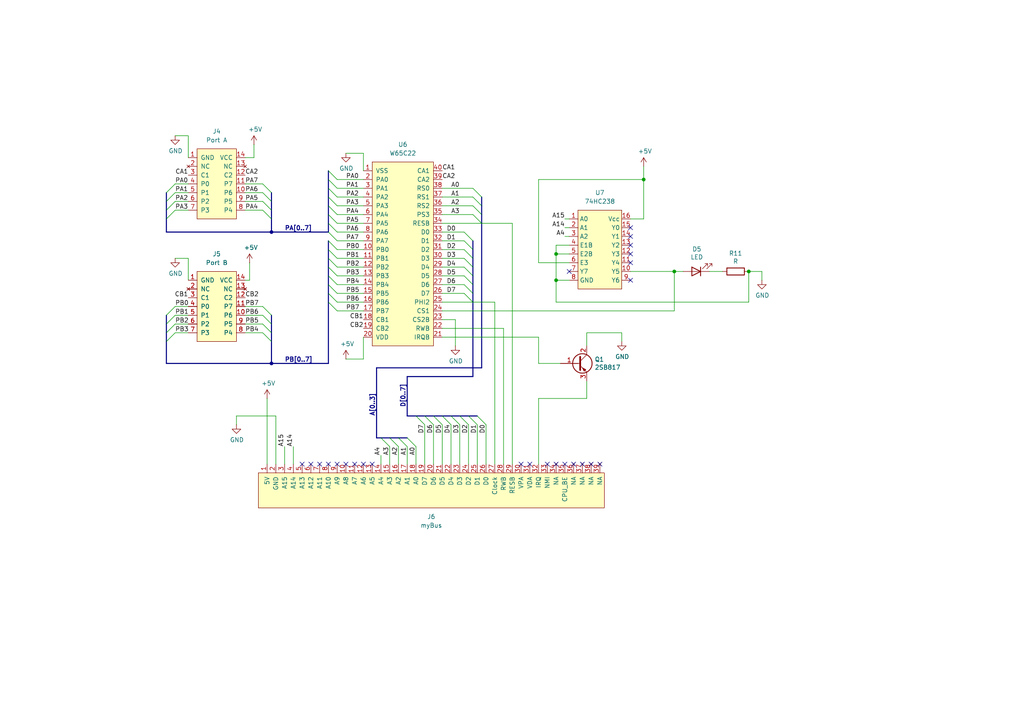
<source format=kicad_sch>
(kicad_sch (version 20231120) (generator "eeschema") (generator_version "8.0")
  (paper "A4")
  (title_block (title "VIA"))
  (lib_symbols
    (symbol "6502:74HC238"
      (property "Reference" "U6" (at 0 15.24 0))
      (property "Value" "74HC238" (at 0 12.7 0))
      (symbol "74HC238_1_1"
        (rectangle (start -6.35 10.16) (end 6.35 -12.7) (fill (type background)))
        (pin input line (at -8.89 7.62 0) (length 2.54) (name "A0") (number "1"))
        (pin output line (at 8.89 -7.62 180) (length 2.54) (name "Y5") (number "10"))
        (pin output line (at 8.89 -5.08 180) (length 2.54) (name "Y4") (number "11"))
        (pin output line (at 8.89 -2.54 180) (length 2.54) (name "Y3") (number "12"))
        (pin output line (at 8.89 0 180) (length 2.54) (name "Y2") (number "13"))
        (pin output line (at 8.89 2.54 180) (length 2.54) (name "Y1") (number "14"))
        (pin output line (at 8.89 5.08 180) (length 2.54) (name "Y0") (number "15"))
        (pin power_in line (at 8.89 7.62 180) (length 2.54) (name "Vcc") (number "16"))
        (pin input line (at -8.89 5.08 0) (length 2.54) (name "A1") (number "2"))
        (pin input line (at -8.89 2.54 0) (length 2.54) (name "A2") (number "3"))
        (pin input line (at -8.89 0 0) (length 2.54) (name "E1B") (number "4"))
        (pin input line (at -8.89 -2.54 0) (length 2.54) (name "E2B") (number "5"))
        (pin input line (at -8.89 -5.08 0) (length 2.54) (name "E3") (number "6"))
        (pin output line (at -8.89 -7.62 0) (length 2.54) (name "Y7") (number "7"))
        (pin power_in line (at -8.89 -10.16 0) (length 2.54) (name "GND") (number "8"))
        (pin output line (at 8.89 -10.16 180) (length 2.54) (name "Y6") (number "9"))
      )
    )
    (symbol "6502:W65C22" (pin_names (offset 1.016))
      (property "Reference" "U" (at -2.54 26.67 0))
      (property "Value" "W65C22" (at 0 -1.27 90))
      (symbol "W65C22_0_1"
        (rectangle (start -10.16 24.13) (end 7.62 -29.21) (fill (type background)))
      )
      (symbol "W65C22_1_1"
        (pin power_in line (at -12.7 21.59 0) (length 2.54) (name "VSS") (number "1"))
        (pin bidirectional line (at -12.7 -1.27 0) (length 2.54) (name "PB0") (number "10"))
        (pin bidirectional line (at -12.7 -3.81 0) (length 2.54) (name "PB1") (number "11"))
        (pin bidirectional line (at -12.7 -6.35 0) (length 2.54) (name "PB2") (number "12"))
        (pin bidirectional line (at -12.7 -8.89 0) (length 2.54) (name "PB3") (number "13"))
        (pin bidirectional line (at -12.7 -11.43 0) (length 2.54) (name "PB4") (number "14"))
        (pin bidirectional line (at -12.7 -13.97 0) (length 2.54) (name "PB5") (number "15"))
        (pin bidirectional line (at -12.7 -16.51 0) (length 2.54) (name "PB6") (number "16"))
        (pin bidirectional line (at -12.7 -19.05 0) (length 2.54) (name "PB7") (number "17"))
        (pin bidirectional line (at -12.7 -21.59 0) (length 2.54) (name "CB1") (number "18"))
        (pin bidirectional line (at -12.7 -24.13 0) (length 2.54) (name "CB2") (number "19"))
        (pin bidirectional line (at -12.7 19.05 0) (length 2.54) (name "PA0") (number "2"))
        (pin power_in line (at -12.7 -26.67 0) (length 2.54) (name "VDD") (number "20"))
        (pin output line (at 10.16 -26.67 180) (length 2.54) (name "IRQB") (number "21"))
        (pin input line (at 10.16 -24.13 180) (length 2.54) (name "RWB") (number "22"))
        (pin input line (at 10.16 -21.59 180) (length 2.54) (name "CS2B") (number "23"))
        (pin input line (at 10.16 -19.05 180) (length 2.54) (name "CS1") (number "24"))
        (pin bidirectional line (at 10.16 -16.51 180) (length 2.54) (name "PHI2") (number "25"))
        (pin bidirectional line (at 10.16 -13.97 180) (length 2.54) (name "D7") (number "26"))
        (pin bidirectional line (at 10.16 -11.43 180) (length 2.54) (name "D6") (number "27"))
        (pin bidirectional line (at 10.16 -8.89 180) (length 2.54) (name "D5") (number "28"))
        (pin bidirectional line (at 10.16 -6.35 180) (length 2.54) (name "D4") (number "29"))
        (pin bidirectional line (at -12.7 16.51 0) (length 2.54) (name "PA1") (number "3"))
        (pin bidirectional line (at 10.16 -3.81 180) (length 2.54) (name "D3") (number "30"))
        (pin bidirectional line (at 10.16 -1.27 180) (length 2.54) (name "D2") (number "31"))
        (pin bidirectional line (at 10.16 1.27 180) (length 2.54) (name "D1") (number "32"))
        (pin bidirectional line (at 10.16 3.81 180) (length 2.54) (name "D0") (number "33"))
        (pin input line (at 10.16 6.35 180) (length 2.54) (name "RESB") (number "34"))
        (pin input line (at 10.16 8.89 180) (length 2.54) (name "PS3") (number "35"))
        (pin input line (at 10.16 11.43 180) (length 2.54) (name "RS2") (number "36"))
        (pin input line (at 10.16 13.97 180) (length 2.54) (name "RS1") (number "37"))
        (pin input line (at 10.16 16.51 180) (length 2.54) (name "RS0") (number "38"))
        (pin bidirectional line (at 10.16 19.05 180) (length 2.54) (name "CA2") (number "39"))
        (pin bidirectional line (at -12.7 13.97 0) (length 2.54) (name "PA2") (number "4"))
        (pin bidirectional line (at 10.16 21.59 180) (length 2.54) (name "CA1") (number "40"))
        (pin bidirectional line (at -12.7 11.43 0) (length 2.54) (name "PA3") (number "5"))
        (pin bidirectional line (at -12.7 8.89 0) (length 2.54) (name "PA4") (number "6"))
        (pin bidirectional line (at -12.7 6.35 0) (length 2.54) (name "PA5") (number "7"))
        (pin bidirectional line (at -12.7 3.81 0) (length 2.54) (name "PA6") (number "8"))
        (pin bidirectional line (at -12.7 1.27 0) (length 2.54) (name "PA7") (number "9"))
      )
    )
    (symbol "6502:myBus" (pin_names (offset 1.016))
      (property "Reference" "J" (at 57.15 1.27 0))
      (property "Value" "myBus" (at 0 -1.27 0))
      (symbol "myBus_0_1"
        (rectangle (start -44.45 5.08) (end 55.88 -5.08) (fill (type background)))
      )
      (symbol "myBus_1_1"
        (pin power_in line (at -41.91 7.62 270) (length 2.54) (name "5V") (number "1"))
        (pin passive line (at -19.05 7.62 270) (length 2.54) (name "A8") (number "10"))
        (pin passive line (at -16.51 7.62 270) (length 2.54) (name "A7") (number "11"))
        (pin passive line (at -13.97 7.62 270) (length 2.54) (name "A6") (number "12"))
        (pin passive line (at -11.43 7.62 270) (length 2.54) (name "A5") (number "13"))
        (pin passive line (at -8.89 7.62 270) (length 2.54) (name "A4") (number "14"))
        (pin passive line (at -6.35 7.62 270) (length 2.54) (name "A3") (number "15"))
        (pin passive line (at -3.81 7.62 270) (length 2.54) (name "A2") (number "16"))
        (pin passive line (at -1.27 7.62 270) (length 2.54) (name "A1") (number "17"))
        (pin passive line (at 1.27 7.62 270) (length 2.54) (name "A0") (number "18"))
        (pin passive line (at 3.81 7.62 270) (length 2.54) (name "D7") (number "19"))
        (pin power_in line (at -39.37 7.62 270) (length 2.54) (name "GND") (number "2"))
        (pin passive line (at 6.35 7.62 270) (length 2.54) (name "D6") (number "20"))
        (pin passive line (at 8.89 7.62 270) (length 2.54) (name "D5") (number "21"))
        (pin passive line (at 11.43 7.62 270) (length 2.54) (name "D4") (number "22"))
        (pin passive line (at 13.97 7.62 270) (length 2.54) (name "D3") (number "23"))
        (pin passive line (at 16.51 7.62 270) (length 2.54) (name "D2") (number "24"))
        (pin passive line (at 19.05 7.62 270) (length 2.54) (name "D1") (number "25"))
        (pin passive line (at 21.59 7.62 270) (length 2.54) (name "D0") (number "26"))
        (pin passive line (at 24.13 7.62 270) (length 2.54) (name "Clock") (number "27"))
        (pin passive line (at 26.67 7.62 270) (length 2.54) (name "RWB") (number "28"))
        (pin passive line (at 29.21 7.62 270) (length 2.54) (name "RESB") (number "29"))
        (pin passive line (at -36.83 7.62 270) (length 2.54) (name "A15") (number "3"))
        (pin passive line (at 31.75 7.62 270) (length 2.54) (name "VPA") (number "30"))
        (pin passive line (at 34.29 7.62 270) (length 2.54) (name "VDA") (number "31"))
        (pin passive line (at 36.83 7.62 270) (length 2.54) (name "IRQ") (number "32"))
        (pin passive line (at 39.37 7.62 270) (length 2.54) (name "NMI") (number "33"))
        (pin no_connect line (at 41.91 7.62 270) (length 2.54) (name "NA") (number "34"))
        (pin passive line (at 44.45 7.62 270) (length 2.54) (name "CPU_BE") (number "35"))
        (pin no_connect line (at 46.99 7.62 270) (length 2.54) (name "NA") (number "36"))
        (pin no_connect line (at 49.53 7.62 270) (length 2.54) (name "NA") (number "37"))
        (pin no_connect line (at 52.07 7.62 270) (length 2.54) (name "NA") (number "38"))
        (pin no_connect line (at 54.61 7.62 270) (length 2.54) (name "NA") (number "39"))
        (pin passive line (at -34.29 7.62 270) (length 2.54) (name "A14") (number "4"))
        (pin passive line (at -31.75 7.62 270) (length 2.54) (name "A13") (number "5"))
        (pin passive line (at -29.21 7.62 270) (length 2.54) (name "A12") (number "6"))
        (pin passive line (at -26.67 7.62 270) (length 2.54) (name "A11") (number "7"))
        (pin passive line (at -24.13 7.62 270) (length 2.54) (name "A10") (number "8"))
        (pin passive line (at -21.59 7.62 270) (length 2.54) (name "A9") (number "9"))
      )
    )
    (symbol "6502:port" (pin_names (offset 1.016))
      (property "Reference" "J" (at 1.27 11.43 0))
      (property "Value" "port" (at -3.81 11.43 0))
      (symbol "port_0_1"
        (rectangle (start -6.35 10.16) (end 5.08 -10.16) (fill (type background)))
      )
      (symbol "port_1_1"
        (pin power_in line (at -8.89 7.62 0) (length 2.54) (name "GND") (number "1"))
        (pin passive line (at 7.62 -2.54 180) (length 2.54) (name "P6") (number "10"))
        (pin passive line (at 7.62 0 180) (length 2.54) (name "P7") (number "11"))
        (pin passive line (at 7.62 2.54 180) (length 2.54) (name "C2") (number "12"))
        (pin no_connect line (at 7.62 5.08 180) (length 2.54) (name "NC") (number "13"))
        (pin power_in line (at 7.62 7.62 180) (length 2.54) (name "VCC") (number "14"))
        (pin no_connect line (at -8.89 5.08 0) (length 2.54) (name "NC") (number "2"))
        (pin passive line (at -8.89 2.54 0) (length 2.54) (name "C1") (number "3"))
        (pin passive line (at -8.89 0 0) (length 2.54) (name "P0") (number "4"))
        (pin passive line (at -8.89 -2.54 0) (length 2.54) (name "P1") (number "5"))
        (pin passive line (at -8.89 -5.08 0) (length 2.54) (name "P2") (number "6"))
        (pin passive line (at -8.89 -7.62 0) (length 2.54) (name "P3") (number "7"))
        (pin passive line (at 7.62 -7.62 180) (length 2.54) (name "P4") (number "8"))
        (pin passive line (at 7.62 -5.08 180) (length 2.54) (name "P5") (number "9"))
      )
    )
    (symbol "Device:LED" (pin_numbers hide) (pin_names (offset 1.016) hide)
      (property "Reference" "D" (at 0 2.54 0))
      (property "Value" "LED" (at 0 -2.54 0))
      (symbol "LED_0_1"
        (polyline (pts (xy -1.27 -1.27) (xy -1.27 1.27)) (stroke (width 0.254)))
        (polyline (pts (xy -1.27 0) (xy 1.27 0)))
        (polyline (pts (xy 1.27 -1.27) (xy 1.27 1.27) (xy -1.27 0) (xy 1.27 -1.27)) (stroke (width 0.254)))
        (polyline (pts (xy -3.048 -0.762) (xy -4.572 -2.286) (xy -3.81 -2.286) (xy -4.572 -2.286) (xy -4.572 -1.524)))
        (polyline (pts (xy -1.778 -0.762) (xy -3.302 -2.286) (xy -2.54 -2.286) (xy -3.302 -2.286) (xy -3.302 -1.524)))
      )
      (symbol "LED_1_1"
        (pin passive line (at -3.81 0 0) (length 2.54) (name "K") (number "1"))
        (pin passive line (at 3.81 0 180) (length 2.54) (name "A") (number "2"))
      )
    )
    (symbol "Device:R" (pin_numbers hide) (pin_names (offset 0))
      (property "Reference" "R" (at 2.032 0 90))
      (property "Value" "R" (at 0 0 90))
      (symbol "R_0_1"
        (rectangle (start -1.016 -2.54) (end 1.016 2.54) (stroke (width 0.254)))
      )
      (symbol "R_1_1"
        (pin passive line (at 0 3.81 270) (length 1.27) (name "~") (number "1"))
        (pin passive line (at 0 -3.81 90) (length 1.27) (name "~") (number "2"))
      )
    )
    (symbol "Transistor_BJT:2SB817" (pin_names (offset 0) hide)
      (property "Reference" "Q" (at 5.08 1.905 0))
      (property "Value" "2SB817" (at 5.08 0 0))
      (symbol "2SB817_0_1"
        (polyline (pts (xy 0 0) (xy 0.635 0)))
        (polyline (pts (xy 2.54 2.54) (xy 0.635 0.635)))
        (polyline (pts (xy 0.635 -0.635) (xy 2.54 -2.54) (xy 2.54 -2.54)))
        (polyline (pts (xy 0.635 1.905) (xy 0.635 -1.905) (xy 0.635 -1.905)) (stroke (width 0.508)))
        (polyline (pts (xy 1.778 -2.286) (xy 2.286 -1.778) (xy 1.27 -1.27) (xy 1.778 -2.286) (xy 1.778 -2.286)) (fill (type outline)))
        (circle (center 1.27 0) (radius 2.8194) (stroke (width 0.254)))
      )
      (symbol "2SB817_1_1"
        (pin input line (at -5.08 0 0) (length 5.08) (name "B") (number "1"))
        (pin passive line (at 2.54 5.08 270) (length 2.54) (name "C") (number "2"))
        (pin passive line (at 2.54 -5.08 90) (length 2.54) (name "E") (number "3"))
      )
    )
    (symbol "power:+5V" (power) (pin_numbers hide) (pin_names (offset 0) hide)
      (property "Value" "+5V" (at 0 3.556 0))
      (symbol "+5V_0_1"
        (polyline (pts (xy -0.762 1.27) (xy 0 2.54)))
        (polyline (pts (xy 0 0) (xy 0 2.54)))
        (polyline (pts (xy 0 2.54) (xy 0.762 1.27)))
      )
      (symbol "+5V_1_1"
        (pin power_in line (at 0 0 90) (length 0) (name "~") (number "1"))
      )
    )
    (symbol "power:GND" (power) (pin_numbers hide) (pin_names (offset 0) hide)
      (property "Value" "GND" (at 0 -3.81 0))
      (symbol "GND_0_1"
        (polyline (pts (xy 0 0) (xy 0 -1.27) (xy 1.27 -1.27) (xy 0 -2.54) (xy -1.27 -1.27) (xy 0 -1.27)))
      )
      (symbol "GND_1_1"
        (pin power_in line (at 0 0 270) (length 0) (name "~") (number "1"))
      )
    )
  )
  (junction (at 217.17 78.74))
  (junction (at 161.29 81.28))
  (junction (at 161.29 73.66))
  (junction (at 195.58 78.74))
  (junction (at 78.74 105.41))
  (junction (at 186.69 52.07))
  (junction (at 78.74 67.31))
  (no_connect (at 90.17 134.62))
  (no_connect (at 102.87 134.62))
  (no_connect (at 182.88 73.66))
  (no_connect (at 182.88 76.2))
  (no_connect (at 87.63 134.62))
  (no_connect (at 95.25 134.62))
  (no_connect (at 97.79 134.62))
  (no_connect (at 100.33 134.62))
  (no_connect (at 92.71 134.62))
  (no_connect (at 168.91 134.62))
  (no_connect (at 153.67 134.62))
  (no_connect (at 165.1 78.74))
  (no_connect (at 158.75 134.62))
  (no_connect (at 107.95 134.62))
  (no_connect (at 163.83 134.62))
  (no_connect (at 173.99 134.62))
  (no_connect (at 182.88 66.04))
  (no_connect (at 166.37 134.62))
  (no_connect (at 182.88 71.12))
  (no_connect (at 182.88 68.58))
  (no_connect (at 105.41 134.62))
  (no_connect (at 171.45 134.62))
  (no_connect (at 151.13 134.62))
  (no_connect (at 161.29 134.62))
  (no_connect (at 182.88 81.28))
  (bus_entry (at 48.26 96.52) (size 2.54 -2.54))
  (bus_entry (at 76.2 58.42) (size 2.54 2.54))
  (bus_entry (at 76.2 88.9) (size 2.54 2.54))
  (bus_entry (at 134.62 80.01) (size 2.54 2.54))
  (bus_entry (at 95.25 67.31) (size 2.54 2.54))
  (bus_entry (at 134.62 77.47) (size 2.54 2.54))
  (bus_entry (at 135.89 120.65) (size 2.54 2.54))
  (bus_entry (at 76.2 53.34) (size 2.54 2.54))
  (bus_entry (at 95.25 85.09) (size 2.54 2.54))
  (bus_entry (at 123.19 120.65) (size 2.54 2.54))
  (bus_entry (at 76.2 55.88) (size 2.54 2.54))
  (bus_entry (at 95.25 87.63) (size 2.54 2.54))
  (bus_entry (at 95.25 52.07) (size 2.54 2.54))
  (bus_entry (at 134.62 67.31) (size 2.54 2.54))
  (bus_entry (at 48.26 93.98) (size 2.54 -2.54))
  (bus_entry (at 120.65 120.65) (size 2.54 2.54))
  (bus_entry (at 134.62 69.85) (size 2.54 2.54))
  (bus_entry (at 76.2 60.96) (size 2.54 2.54))
  (bus_entry (at 76.2 96.52) (size 2.54 2.54))
  (bus_entry (at 95.25 54.61) (size 2.54 2.54))
  (bus_entry (at 134.62 85.09) (size 2.54 2.54))
  (bus_entry (at 48.26 99.06) (size 2.54 -2.54))
  (bus_entry (at 95.25 74.93) (size 2.54 2.54))
  (bus_entry (at 137.16 57.15) (size 2.54 2.54))
  (bus_entry (at 113.03 127) (size 2.54 2.54))
  (bus_entry (at 95.25 57.15) (size 2.54 2.54))
  (bus_entry (at 130.81 120.65) (size 2.54 2.54))
  (bus_entry (at 95.25 64.77) (size 2.54 2.54))
  (bus_entry (at 95.25 49.53) (size 2.54 2.54))
  (bus_entry (at 128.27 120.65) (size 2.54 2.54))
  (bus_entry (at 48.26 60.96) (size 2.54 -2.54))
  (bus_entry (at 95.25 62.23) (size 2.54 2.54))
  (bus_entry (at 95.25 69.85) (size 2.54 2.54))
  (bus_entry (at 137.16 62.23) (size 2.54 2.54))
  (bus_entry (at 95.25 72.39) (size 2.54 2.54))
  (bus_entry (at 48.26 91.44) (size 2.54 -2.54))
  (bus_entry (at 137.16 54.61) (size 2.54 2.54))
  (bus_entry (at 48.26 58.42) (size 2.54 -2.54))
  (bus_entry (at 137.16 59.69) (size 2.54 2.54))
  (bus_entry (at 133.35 120.65) (size 2.54 2.54))
  (bus_entry (at 95.25 59.69) (size 2.54 2.54))
  (bus_entry (at 134.62 74.93) (size 2.54 2.54))
  (bus_entry (at 118.11 127) (size 2.54 2.54))
  (bus_entry (at 95.25 77.47) (size 2.54 2.54))
  (bus_entry (at 138.43 120.65) (size 2.54 2.54))
  (bus_entry (at 76.2 91.44) (size 2.54 2.54))
  (bus_entry (at 95.25 82.55) (size 2.54 2.54))
  (bus_entry (at 110.49 127) (size 2.54 2.54))
  (bus_entry (at 134.62 82.55) (size 2.54 2.54))
  (bus_entry (at 48.26 63.5) (size 2.54 -2.54))
  (bus_entry (at 76.2 93.98) (size 2.54 2.54))
  (bus_entry (at 125.73 120.65) (size 2.54 2.54))
  (bus_entry (at 134.62 72.39) (size 2.54 2.54))
  (bus_entry (at 48.26 55.88) (size 2.54 -2.54))
  (bus_entry (at 115.57 127) (size 2.54 2.54))
  (bus_entry (at 95.25 80.01) (size 2.54 2.54))
  (wire (pts (xy 128.27 134.62) (xy 128.27 123.19)))
  (wire (pts (xy 80.01 120.65) (xy 68.58 120.65)))
  (wire (pts (xy 140.97 123.19) (xy 140.97 134.62)))
  (wire (pts (xy 71.12 93.98) (xy 76.2 93.98)))
  (bus (pts (xy 125.73 120.65) (xy 128.27 120.65)))
  (bus (pts (xy 110.49 127) (xy 113.03 127)))
  (bus (pts (xy 78.74 99.06) (xy 78.74 105.41)))
  (bus (pts (xy 137.16 87.63) (xy 137.16 109.22)))
  (wire (pts (xy 105.41 44.45) (xy 105.41 49.53)))
  (wire (pts (xy 71.12 53.34) (xy 76.2 53.34)))
  (bus (pts (xy 137.16 85.09) (xy 137.16 87.63)))
  (bus (pts (xy 78.74 96.52) (xy 78.74 99.06)))
  (bus (pts (xy 95.25 80.01) (xy 95.25 82.55)))
  (bus (pts (xy 137.16 77.47) (xy 137.16 80.01)))
  (wire (pts (xy 50.8 58.42) (xy 54.61 58.42)))
  (wire (pts (xy 128.27 77.47) (xy 134.62 77.47)))
  (bus (pts (xy 48.26 93.98) (xy 48.26 96.52)))
  (bus (pts (xy 133.35 120.65) (xy 135.89 120.65)))
  (wire (pts (xy 128.27 82.55) (xy 134.62 82.55)))
  (wire (pts (xy 220.98 78.74) (xy 220.98 81.28)))
  (bus (pts (xy 128.27 120.65) (xy 130.81 120.65)))
  (wire (pts (xy 105.41 74.93) (xy 97.79 74.93)))
  (wire (pts (xy 54.61 91.44) (xy 50.8 91.44)))
  (bus (pts (xy 135.89 120.65) (xy 138.43 120.65)))
  (wire (pts (xy 134.62 80.01) (xy 128.27 80.01)))
  (wire (pts (xy 186.69 63.5) (xy 186.69 52.07)))
  (wire (pts (xy 128.27 64.77) (xy 139.7 64.77)))
  (wire (pts (xy 137.16 87.63) (xy 143.51 87.63)))
  (wire (pts (xy 50.8 93.98) (xy 54.61 93.98)))
  (bus (pts (xy 95.25 72.39) (xy 95.25 74.93)))
  (bus (pts (xy 78.74 93.98) (xy 78.74 96.52)))
  (wire (pts (xy 105.41 54.61) (xy 97.79 54.61)))
  (bus (pts (xy 48.26 96.52) (xy 48.26 99.06)))
  (bus (pts (xy 48.26 58.42) (xy 48.26 60.96)))
  (wire (pts (xy 54.61 60.96) (xy 50.8 60.96)))
  (wire (pts (xy 161.29 71.12) (xy 161.29 73.66)))
  (wire (pts (xy 205.74 78.74) (xy 209.55 78.74)))
  (wire (pts (xy 156.21 105.41) (xy 162.56 105.41)))
  (wire (pts (xy 105.41 69.85) (xy 97.79 69.85)))
  (wire (pts (xy 80.01 134.62) (xy 80.01 120.65)))
  (bus (pts (xy 95.25 85.09) (xy 95.25 87.63)))
  (bus (pts (xy 95.25 69.85) (xy 95.25 72.39)))
  (wire (pts (xy 182.88 78.74) (xy 195.58 78.74)))
  (bus (pts (xy 95.25 74.93) (xy 95.25 77.47)))
  (wire (pts (xy 105.41 90.17) (xy 97.79 90.17)))
  (wire (pts (xy 128.27 97.79) (xy 156.21 97.79)))
  (bus (pts (xy 137.16 74.93) (xy 137.16 77.47)))
  (bus (pts (xy 118.11 120.65) (xy 120.65 120.65)))
  (bus (pts (xy 118.11 109.22) (xy 137.16 109.22)))
  (wire (pts (xy 156.21 134.62) (xy 156.21 115.57)))
  (wire (pts (xy 54.61 55.88) (xy 50.8 55.88)))
  (wire (pts (xy 77.47 115.57) (xy 77.47 134.62)))
  (wire (pts (xy 128.27 67.31) (xy 134.62 67.31)))
  (wire (pts (xy 72.39 81.28) (xy 72.39 76.2)))
  (wire (pts (xy 54.61 39.37) (xy 54.61 45.72)))
  (wire (pts (xy 105.41 59.69) (xy 97.79 59.69)))
  (wire (pts (xy 130.81 123.19) (xy 130.81 134.62)))
  (bus (pts (xy 95.25 87.63) (xy 95.25 105.41)))
  (wire (pts (xy 156.21 115.57) (xy 170.18 115.57)))
  (wire (pts (xy 161.29 73.66) (xy 165.1 73.66)))
  (wire (pts (xy 123.19 123.19) (xy 123.19 134.62)))
  (wire (pts (xy 138.43 134.62) (xy 138.43 123.19)))
  (wire (pts (xy 134.62 69.85) (xy 128.27 69.85)))
  (wire (pts (xy 97.79 67.31) (xy 105.41 67.31)))
  (wire (pts (xy 50.8 74.93) (xy 54.61 74.93)))
  (bus (pts (xy 113.03 127) (xy 115.57 127)))
  (bus (pts (xy 48.26 63.5) (xy 48.26 67.31)))
  (wire (pts (xy 161.29 87.63) (xy 161.29 81.28)))
  (wire (pts (xy 133.35 134.62) (xy 133.35 123.19)))
  (bus (pts (xy 139.7 59.69) (xy 139.7 62.23)))
  (wire (pts (xy 76.2 60.96) (xy 71.12 60.96)))
  (wire (pts (xy 105.41 85.09) (xy 97.79 85.09)))
  (bus (pts (xy 139.7 57.15) (xy 139.7 59.69)))
  (bus (pts (xy 130.81 120.65) (xy 133.35 120.65)))
  (wire (pts (xy 170.18 115.57) (xy 170.18 110.49)))
  (bus (pts (xy 95.25 67.31) (xy 78.74 67.31)))
  (wire (pts (xy 156.21 52.07) (xy 186.69 52.07)))
  (wire (pts (xy 170.18 96.52) (xy 180.34 96.52)))
  (wire (pts (xy 217.17 87.63) (xy 217.17 78.74)))
  (wire (pts (xy 134.62 85.09) (xy 128.27 85.09)))
  (bus (pts (xy 78.74 105.41) (xy 48.26 105.41)))
  (wire (pts (xy 128.27 95.25) (xy 146.05 95.25)))
  (wire (pts (xy 125.73 123.19) (xy 125.73 134.62)))
  (wire (pts (xy 71.12 45.72) (xy 73.66 45.72)))
  (wire (pts (xy 110.49 132.08) (xy 110.49 134.62)))
  (bus (pts (xy 137.16 69.85) (xy 137.16 72.39)))
  (wire (pts (xy 128.27 90.17) (xy 195.58 90.17)))
  (bus (pts (xy 95.25 77.47) (xy 95.25 80.01)))
  (wire (pts (xy 50.8 96.52) (xy 54.61 96.52)))
  (wire (pts (xy 97.79 57.15) (xy 105.41 57.15)))
  (bus (pts (xy 95.25 62.23) (xy 95.25 64.77)))
  (bus (pts (xy 95.25 54.61) (xy 95.25 57.15)))
  (wire (pts (xy 97.79 52.07) (xy 105.41 52.07)))
  (wire (pts (xy 76.2 91.44) (xy 71.12 91.44)))
  (bus (pts (xy 109.22 106.68) (xy 139.7 106.68)))
  (bus (pts (xy 109.22 127) (xy 109.22 106.68)))
  (bus (pts (xy 137.16 72.39) (xy 137.16 74.93)))
  (wire (pts (xy 100.33 44.45) (xy 105.41 44.45)))
  (wire (pts (xy 128.27 92.71) (xy 132.08 92.71)))
  (wire (pts (xy 120.65 134.62) (xy 120.65 129.54)))
  (wire (pts (xy 105.41 64.77) (xy 97.79 64.77)))
  (wire (pts (xy 76.2 55.88) (xy 71.12 55.88)))
  (wire (pts (xy 139.7 64.77) (xy 148.59 64.77)))
  (wire (pts (xy 71.12 81.28) (xy 72.39 81.28)))
  (wire (pts (xy 148.59 64.77) (xy 148.59 134.62)))
  (wire (pts (xy 128.27 87.63) (xy 137.16 87.63)))
  (bus (pts (xy 48.26 99.06) (xy 48.26 105.41)))
  (bus (pts (xy 95.25 64.77) (xy 95.25 67.31)))
  (wire (pts (xy 97.79 77.47) (xy 105.41 77.47)))
  (wire (pts (xy 128.27 72.39) (xy 134.62 72.39)))
  (wire (pts (xy 165.1 71.12) (xy 161.29 71.12)))
  (wire (pts (xy 97.79 82.55) (xy 105.41 82.55)))
  (wire (pts (xy 50.8 53.34) (xy 54.61 53.34)))
  (bus (pts (xy 95.25 105.41) (xy 78.74 105.41)))
  (wire (pts (xy 132.08 92.71) (xy 132.08 100.33)))
  (wire (pts (xy 163.83 63.5) (xy 165.1 63.5)))
  (wire (pts (xy 182.88 63.5) (xy 186.69 63.5)))
  (bus (pts (xy 95.25 52.07) (xy 95.25 54.61)))
  (wire (pts (xy 105.41 104.14) (xy 105.41 97.79)))
  (wire (pts (xy 76.2 96.52) (xy 71.12 96.52)))
  (wire (pts (xy 156.21 97.79) (xy 156.21 105.41)))
  (wire (pts (xy 143.51 87.63) (xy 143.51 134.62)))
  (wire (pts (xy 113.03 129.54) (xy 113.03 134.62)))
  (bus (pts (xy 78.74 55.88) (xy 78.74 58.42)))
  (wire (pts (xy 195.58 78.74) (xy 198.12 78.74)))
  (bus (pts (xy 48.26 55.88) (xy 48.26 58.42)))
  (bus (pts (xy 120.65 120.65) (xy 123.19 120.65)))
  (bus (pts (xy 139.7 62.23) (xy 139.7 64.77)))
  (bus (pts (xy 78.74 60.96) (xy 78.74 63.5)))
  (bus (pts (xy 109.22 127) (xy 110.49 127)))
  (wire (pts (xy 217.17 78.74) (xy 220.98 78.74)))
  (wire (pts (xy 195.58 90.17) (xy 195.58 78.74)))
  (wire (pts (xy 54.61 74.93) (xy 54.61 81.28)))
  (wire (pts (xy 163.83 68.58) (xy 165.1 68.58)))
  (wire (pts (xy 163.83 66.04) (xy 165.1 66.04)))
  (wire (pts (xy 161.29 81.28) (xy 165.1 81.28)))
  (wire (pts (xy 50.8 39.37) (xy 54.61 39.37)))
  (wire (pts (xy 73.66 45.72) (xy 73.66 41.91)))
  (wire (pts (xy 97.79 62.23) (xy 105.41 62.23)))
  (wire (pts (xy 137.16 57.15) (xy 128.27 57.15)))
  (wire (pts (xy 161.29 73.66) (xy 161.29 81.28)))
  (bus (pts (xy 123.19 120.65) (xy 125.73 120.65)))
  (wire (pts (xy 115.57 134.62) (xy 115.57 129.54)))
  (wire (pts (xy 50.8 88.9) (xy 54.61 88.9)))
  (wire (pts (xy 134.62 74.93) (xy 128.27 74.93)))
  (bus (pts (xy 139.7 64.77) (xy 139.7 106.68)))
  (bus (pts (xy 78.74 91.44) (xy 78.74 93.98)))
  (wire (pts (xy 161.29 87.63) (xy 217.17 87.63)))
  (wire (pts (xy 156.21 76.2) (xy 156.21 52.07)))
  (bus (pts (xy 48.26 60.96) (xy 48.26 63.5)))
  (wire (pts (xy 146.05 95.25) (xy 146.05 134.62)))
  (wire (pts (xy 68.58 120.65) (xy 68.58 123.19)))
  (wire (pts (xy 100.33 104.14) (xy 105.41 104.14)))
  (wire (pts (xy 71.12 58.42) (xy 76.2 58.42)))
  (wire (pts (xy 85.09 134.62) (xy 85.09 129.54)))
  (bus (pts (xy 118.11 109.22) (xy 118.11 120.65)))
  (wire (pts (xy 97.79 87.63) (xy 105.41 87.63)))
  (wire (pts (xy 137.16 62.23) (xy 128.27 62.23)))
  (bus (pts (xy 137.16 82.55) (xy 137.16 85.09)))
  (bus (pts (xy 95.25 49.53) (xy 95.25 52.07)))
  (bus (pts (xy 137.16 80.01) (xy 137.16 82.55)))
  (wire (pts (xy 105.41 80.01) (xy 97.79 80.01)))
  (wire (pts (xy 82.55 134.62) (xy 82.55 129.54)))
  (bus (pts (xy 78.74 63.5) (xy 78.74 67.31)))
  (bus (pts (xy 78.74 58.42) (xy 78.74 60.96)))
  (wire (pts (xy 71.12 88.9) (xy 76.2 88.9)))
  (wire (pts (xy 135.89 123.19) (xy 135.89 134.62)))
  (wire (pts (xy 165.1 76.2) (xy 156.21 76.2)))
  (wire (pts (xy 118.11 129.54) (xy 118.11 134.62)))
  (wire (pts (xy 128.27 54.61) (xy 137.16 54.61)))
  (wire (pts (xy 186.69 52.07) (xy 186.69 48.26)))
  (bus (pts (xy 95.25 59.69) (xy 95.25 62.23)))
  (bus (pts (xy 48.26 91.44) (xy 48.26 93.98)))
  (bus (pts (xy 95.25 82.55) (xy 95.25 85.09)))
  (wire (pts (xy 170.18 100.33) (xy 170.18 96.52)))
  (bus (pts (xy 78.74 67.31) (xy 48.26 67.31)))
  (wire (pts (xy 128.27 59.69) (xy 137.16 59.69)))
  (bus (pts (xy 95.25 57.15) (xy 95.25 59.69)))
  (wire (pts (xy 97.79 72.39) (xy 105.41 72.39)))
  (wire (pts (xy 180.34 96.52) (xy 180.34 99.06)))
  (bus (pts (xy 115.57 127) (xy 118.11 127)))
  (label "D0" (at 129.54 67.31 0))
  (label "CA1" (at 128.27 49.53 0))
  (label "D1" (at 138.43 125.73 90))
  (label "D6" (at 125.73 125.73 90))
  (label "D[0..7]" (at 118.11 118.11 90) (effects (font (bold yes))))
  (label "PA4" (at 100.33 62.23 0))
  (label "PB6" (at 100.33 87.63 0))
  (label "D6" (at 129.54 82.55 0))
  (label "PA[0..7]" (at 82.55 67.31 0) (effects (font (bold yes))))
  (label "D2" (at 135.89 125.73 90))
  (label "CB2" (at 105.41 95.25 180))
  (label "CA2" (at 128.27 52.07 0))
  (label "PB[0..7]" (at 82.55 105.41 0) (effects (font (thickness 0.254) (bold yes))))
  (label "A2" (at 115.57 132.08 90))
  (label "PA6" (at 100.33 67.31 0))
  (label "A0" (at 120.65 132.08 90))
  (label "D7" (at 123.19 125.73 90))
  (label "PB3" (at 100.33 80.01 0))
  (label "PA4" (at 71.12 60.96 0))
  (label "CA1" (at 54.61 50.8 180))
  (label "PB7" (at 100.33 90.17 0))
  (label "D5" (at 129.54 80.01 0))
  (label "A0" (at 130.81 54.61 0))
  (label "PB4" (at 100.33 82.55 0))
  (label "PA3" (at 50.8 60.96 0))
  (label "D7" (at 129.54 85.09 0))
  (label "PA5" (at 100.33 64.77 0))
  (label "PB7" (at 71.12 88.9 0))
  (label "PA7" (at 100.33 69.85 0))
  (label "D1" (at 129.54 69.85 0))
  (label "PB0" (at 100.33 72.39 0))
  (label "PA1" (at 50.8 55.88 0))
  (label "A[0..3]" (at 109.22 120.65 90) (effects (font (bold yes))))
  (label "PB2" (at 50.8 93.98 0))
  (label "PB1" (at 50.8 91.44 0))
  (label "A4" (at 110.49 132.08 90))
  (label "D4" (at 130.81 125.73 90))
  (label "PB3" (at 50.8 96.52 0))
  (label "PA5" (at 71.12 58.42 0))
  (label "PA3" (at 100.33 59.69 0))
  (label "A14" (at 163.83 66.04 180))
  (label "A15" (at 82.55 129.54 90))
  (label "PB4" (at 71.12 96.52 0))
  (label "PA2" (at 50.8 58.42 0))
  (label "PA1" (at 100.33 54.61 0))
  (label "D2" (at 129.54 72.39 0))
  (label "PA0" (at 100.33 52.07 0))
  (label "PA7" (at 71.12 53.34 0))
  (label "A4" (at 163.83 68.58 180))
  (label "D3" (at 133.35 125.73 90))
  (label "A1" (at 118.11 132.08 90))
  (label "PA0" (at 50.8 53.34 0))
  (label "PA6" (at 71.12 55.88 0))
  (label "A3" (at 130.81 62.23 0))
  (label "CB1" (at 105.41 92.71 180))
  (label "PB5" (at 100.33 85.09 0))
  (label "A2" (at 130.81 59.69 0))
  (label "PB0" (at 50.8 88.9 0))
  (label "CB2" (at 71.12 86.36 0))
  (label "PA2" (at 100.33 57.15 0))
  (label "A14" (at 85.09 129.54 90))
  (label "PB1" (at 100.33 74.93 0))
  (label "D0" (at 140.97 125.73 90))
  (label "PB6" (at 71.12 91.44 0))
  (label "A3" (at 113.03 132.08 90))
  (label "PB2" (at 100.33 77.47 0))
  (label "PB5" (at 71.12 93.98 0))
  (label "D5" (at 128.27 125.73 90))
  (label "CA2" (at 71.12 50.8 0))
  (label "D3" (at 129.54 74.93 0))
  (label "CB1" (at 54.61 86.36 180))
  (label "A1" (at 130.81 57.15 0))
  (label "A15" (at 163.83 63.5 180))
  (label "D4" (at 129.54 77.47 0))
  (symbol (lib_id "power:+5V") (at 100.33 104.14 0) (unit 1)
    (property "Reference" "#PWR033" (effects (hide yes)))
    (property "Value" "+5V" (at 100.711 99.7458 0))
    (property "Description" "Power symbol creates a global label with name \"+5V\"" (effects (hide yes)))
  )
  (symbol (lib_id "power:GND") (at 180.34 99.06 0) (unit 1)
    (property "Reference" "#PWR035" (effects (hide yes)))
    (property "Value" "GND" (at 180.467 103.4542 0))
    (property "Description" "Power symbol creates a global label with name \"GND\" , ground" (effects (hide yes)))
  )
  (symbol (lib_id "power:GND") (at 50.8 39.37 0) (unit 1)
    (property "Reference" "#PWR026" (effects (hide yes)))
    (property "Value" "GND" (at 50.927 43.7642 0))
    (property "Description" "Power symbol creates a global label with name \"GND\" , ground" (effects (hide yes)))
  )
  (symbol (lib_id "power:+5V") (at 72.39 76.2 0) (unit 1)
    (property "Reference" "#PWR029" (effects (hide yes)))
    (property "Value" "+5V" (at 72.771 71.8058 0))
    (property "Description" "Power symbol creates a global label with name \"+5V\"" (effects (hide yes)))
  )
  (symbol (lib_id "6502:port") (at 63.5 88.9 0) (unit 1)
    (property "Reference" "J5" (at 62.865 73.66 0))
    (property "Value" "Port B" (at 62.865 76.2 0))
  )
  (symbol (lib_id "power:+5V") (at 186.69 48.26 0) (unit 1)
    (property "Reference" "#PWR036" (effects (hide yes)))
    (property "Value" "+5V" (at 187.071 43.8658 0))
    (property "Description" "Power symbol creates a global label with name \"+5V\"" (effects (hide yes)))
  )
  (symbol (lib_id "power:+5V") (at 77.47 115.57 0) (unit 1)
    (property "Reference" "#PWR031" (effects (hide yes)))
    (property "Value" "+5V" (at 77.851 111.1758 0))
    (property "Description" "Power symbol creates a global label with name \"+5V\"" (effects (hide yes)))
  )
  (symbol (lib_id "power:GND") (at 68.58 123.19 0) (unit 1)
    (property "Reference" "#PWR028" (effects (hide yes)))
    (property "Value" "GND" (at 68.707 127.5842 0))
    (property "Description" "Power symbol creates a global label with name \"GND\" , ground" (effects (hide yes)))
  )
  (symbol (lib_id "Transistor_BJT:2SB817") (at 167.64 105.41 0) (unit 1)
    (property "Reference" "Q1" (at 172.466 104.2416 0) (effects (justify left)))
    (property "Value" "2SB817" (at 172.466 106.553 0) (effects (justify left)))
    (property "Footprint" "Package_TO_SOT_THT:TO-3PB-3_Vertical" (effects (hide yes)))
    (property "Datasheet" "http://skory.gylcomp.hu/alkatresz/2SB817.pdf" (effects (hide yes)))
    (property "Description" "-12A Ic, -140V Vce, Silicon Power PNP Transistors, TO-3PB" (effects (hide yes)))
  )
  (symbol (lib_id "power:GND") (at 132.08 100.33 0) (unit 1)
    (property "Reference" "#PWR034" (effects (hide yes)))
    (property "Value" "GND" (at 132.207 104.7242 0))
    (property "Description" "Power symbol creates a global label with name \"GND\" , ground" (effects (hide yes)))
  )
  (symbol (lib_id "6502:74HC238") (at 173.99 71.12 0) (unit 1)
    (property "Reference" "U7" (at 173.99 55.88 0))
    (property "Value" "74HC238" (at 173.99 58.42 0))
  )
  (symbol (lib_id "power:GND") (at 220.98 81.28 0) (unit 1)
    (property "Reference" "#PWR037" (effects (hide yes)))
    (property "Value" "GND" (at 221.107 85.6742 0))
    (property "Description" "Power symbol creates a global label with name \"GND\" , ground" (effects (hide yes)))
  )
  (symbol (lib_id "Device:LED") (at 201.93 78.74 180) (unit 1)
    (property "Reference" "D5" (at 202.1078 72.263 0))
    (property "Value" "LED" (at 202.1078 74.5744 0))
    (property "Footprint" "LED_THT:LED_D5.0mm" (effects (hide yes)))
    (property "Description" "Light emitting diode" (effects (hide yes)))
  )
  (symbol (lib_id "power:GND") (at 100.33 44.45 0) (unit 1)
    (property "Reference" "#PWR032" (effects (hide yes)))
    (property "Value" "GND" (at 100.457 48.8442 0))
    (property "Description" "Power symbol creates a global label with name \"GND\" , ground" (effects (hide yes)))
  )
  (symbol (lib_id "power:GND") (at 50.8 74.93 0) (unit 1)
    (property "Reference" "#PWR027" (effects (hide yes)))
    (property "Value" "GND" (at 50.927 79.3242 0))
    (property "Description" "Power symbol creates a global label with name \"GND\" , ground" (effects (hide yes)))
  )
  (symbol (lib_id "power:+5V") (at 73.66 41.91 0) (unit 1)
    (property "Reference" "#PWR030" (effects (hide yes)))
    (property "Value" "+5V" (at 74.041 37.5158 0))
    (property "Description" "Power symbol creates a global label with name \"+5V\"" (effects (hide yes)))
  )
  (symbol (lib_id "6502:W65C22") (at 118.11 71.12 0) (unit 1)
    (property "Reference" "U6" (at 116.84 41.91 0))
    (property "Value" "W65C22" (at 116.84 44.45 0))
  )
  (symbol (lib_id "Device:R") (at 213.36 78.74 270) (unit 1)
    (property "Reference" "R11" (at 213.36 73.4822 90))
    (property "Value" "R" (at 213.36 75.7936 90))
    (property "Footprint" "Resistor_THT:R_Axial_DIN0207_L6.3mm_D2.5mm_P15.24mm_Horizontal" (effects (hide yes)))
    (property "Description" "Resistor" (effects (hide yes)))
  )
  (symbol (lib_id "6502:myBus") (at 119.38 142.24 0) (unit 1)
    (property "Reference" "J6" (at 125.095 149.86 0))
    (property "Value" "myBus" (at 125.095 152.4 0))
  )
  (symbol (lib_id "6502:port") (at 63.5 53.34 0) (unit 1)
    (property "Reference" "J4" (at 62.865 38.1 0))
    (property "Value" "Port A" (at 62.865 40.64 0))
  )
)
</source>
